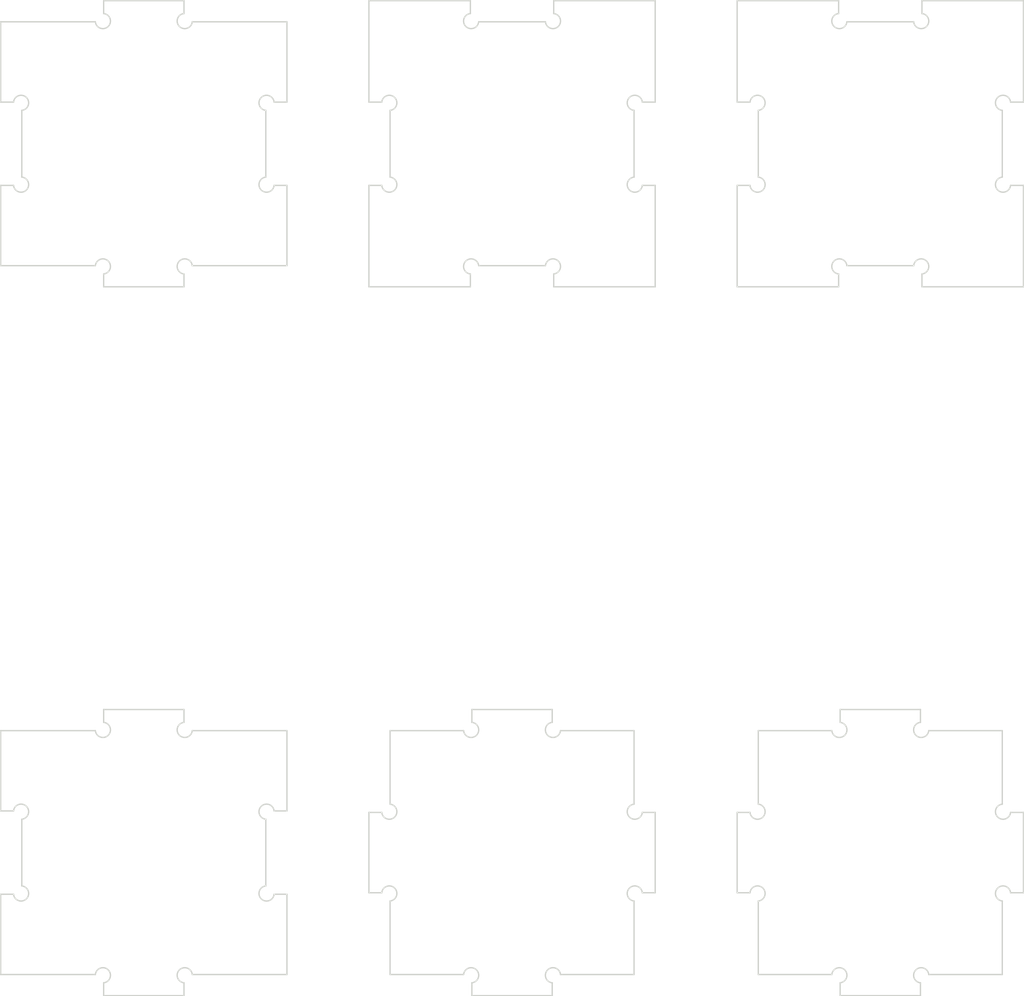
<source format=kicad_pcb>
(kicad_pcb
	(version 20240108)
	(generator "pcbnew")
	(generator_version "8.0")
	(general
		(thickness 1.6)
		(legacy_teardrops no)
	)
	(paper "A4")
	(layers
		(0 "F.Cu" signal)
		(31 "B.Cu" signal)
		(32 "B.Adhes" user "B.Adhesive")
		(33 "F.Adhes" user "F.Adhesive")
		(34 "B.Paste" user)
		(35 "F.Paste" user)
		(36 "B.SilkS" user "B.Silkscreen")
		(37 "F.SilkS" user "F.Silkscreen")
		(38 "B.Mask" user)
		(39 "F.Mask" user)
		(40 "Dwgs.User" user "User.Drawings")
		(41 "Cmts.User" user "User.Comments")
		(42 "Eco1.User" user "User.Eco1")
		(43 "Eco2.User" user "User.Eco2")
		(44 "Edge.Cuts" user)
		(45 "Margin" user)
		(46 "B.CrtYd" user "B.Courtyard")
		(47 "F.CrtYd" user "F.Courtyard")
		(48 "B.Fab" user)
		(49 "F.Fab" user)
		(50 "User.1" user)
		(51 "User.2" user)
		(52 "User.3" user)
		(53 "User.4" user)
		(54 "User.5" user)
		(55 "User.6" user)
		(56 "User.7" user)
		(57 "User.8" user)
		(58 "User.9" user)
	)
	(setup
		(pad_to_mask_clearance 0)
		(allow_soldermask_bridges_in_footprints no)
		(pcbplotparams
			(layerselection 0x0001100_7ffffffe)
			(plot_on_all_layers_selection 0x0000000_00000000)
			(disableapertmacros no)
			(usegerberextensions no)
			(usegerberattributes yes)
			(usegerberadvancedattributes yes)
			(creategerberjobfile yes)
			(dashed_line_dash_ratio 12.000000)
			(dashed_line_gap_ratio 3.000000)
			(svgprecision 4)
			(plotframeref no)
			(viasonmask no)
			(mode 1)
			(useauxorigin no)
			(hpglpennumber 1)
			(hpglpenspeed 20)
			(hpglpendiameter 15.000000)
			(pdf_front_fp_property_popups yes)
			(pdf_back_fp_property_popups yes)
			(dxfpolygonmode yes)
			(dxfimperialunits yes)
			(dxfusepcbnewfont yes)
			(psnegative no)
			(psa4output no)
			(plotreference yes)
			(plotvalue yes)
			(plotfptext yes)
			(plotinvisibletext no)
			(sketchpadsonfab no)
			(subtractmaskfromsilk no)
			(outputformat 1)
			(mirror no)
			(drillshape 0)
			(scaleselection 1)
			(outputdirectory "../../Users/stlp/Desktop/School/533 - Digital Fabrication/")
		)
	)
	(net 0 "")
	(gr_line
		(start 49 135.94)
		(end 56.44 135.94)
		(stroke
			(width 0.1)
			(type default)
		)
		(layer "Edge.Cuts")
		(uuid "01fcca1c-7fb0-4b49-ae74-447e7f86798e")
	)
	(gr_line
		(start 76 114.95)
		(end 76 122.39)
		(stroke
			(width 0.1)
			(type default)
		)
		(layer "Edge.Cuts")
		(uuid "0229aab0-57b4-4f9e-aa89-323b3935c74f")
	)
	(gr_line
		(start 29.55 187.94)
		(end 29.55 186.997267)
		(stroke
			(width 0.1)
			(type default)
		)
		(layer "Edge.Cuts")
		(uuid "02b7d231-f151-4c3b-8d12-c65b46b5c8c7")
	)
	(gr_line
		(start 77.55 173.892734)
		(end 77.55 168.5)
		(stroke
			(width 0.1)
			(type default)
		)
		(layer "Edge.Cuts")
		(uuid "03534687-5817-4904-8544-262f10ef8680")
	)
	(gr_arc
		(start 49.942733 180.39)
		(mid 50.887444 180.052556)
		(end 50.55 180.997267)
		(stroke
			(width 0.1)
			(type default)
		)
		(layer "Edge.Cuts")
		(uuid "048c5980-3169-43c5-bc59-02427ce17ae5")
	)
	(gr_line
		(start 41.44 122.997268)
		(end 41.44 127.892732)
		(stroke
			(width 0.1)
			(type default)
		)
		(layer "Edge.Cuts")
		(uuid "057e6271-0cf0-4ee4-84c4-01b41c1e60df")
	)
	(gr_line
		(start 96.99 180.39)
		(end 96.047268 180.39)
		(stroke
			(width 0.1)
			(type default)
		)
		(layer "Edge.Cuts")
		(uuid "05a18c94-f91e-47ac-a4ab-7dd3039759c6")
	)
	(gr_line
		(start 62.44 166.95)
		(end 62.44 167.892732)
		(stroke
			(width 0.1)
			(type default)
		)
		(layer "Edge.Cuts")
		(uuid "05cda0ac-8e72-4821-9f4d-a8fefb898019")
	)
	(gr_arc
		(start 56.44 134.997268)
		(mid 56.102556 134.052556)
		(end 57.047268 134.39)
		(stroke
			(width 0.1)
			(type default)
		)
		(layer "Edge.Cuts")
		(uuid "081817e6-9b5d-42e9-b477-edda3f9b40f2")
	)
	(gr_line
		(start 62.55 135.94)
		(end 69.99 135.94)
		(stroke
			(width 0.1)
			(type default)
		)
		(layer "Edge.Cuts")
		(uuid "0a5eb245-f4c5-4465-816d-e6b0b9f4716f")
	)
	(gr_line
		(start 41.44 174.997268)
		(end 41.44 179.892732)
		(stroke
			(width 0.1)
			(type default)
		)
		(layer "Edge.Cuts")
		(uuid "0b51123e-0b7f-4627-9615-543704c6eef2")
	)
	(gr_line
		(start 76 180.39)
		(end 76 174.5)
		(stroke
			(width 0.1)
			(type default)
		)
		(layer "Edge.Cuts")
		(uuid "0c740f46-cb26-4e52-94d9-5d321333fb75")
	)
	(gr_line
		(start 62.55 114.95)
		(end 62.55 115.892733)
		(stroke
			(width 0.1)
			(type default)
		)
		(layer "Edge.Cuts")
		(uuid "0c8bea3d-e85d-4f53-bd72-880503262413")
	)
	(gr_line
		(start 36.047268 116.5)
		(end 42.99 116.5)
		(stroke
			(width 0.1)
			(type default)
		)
		(layer "Edge.Cuts")
		(uuid "0eddee79-c698-4bde-a429-993bc5817235")
	)
	(gr_line
		(start 68.44 186.39)
		(end 63.047268 186.39)
		(stroke
			(width 0.1)
			(type default)
		)
		(layer "Edge.Cuts")
		(uuid "0efc4c23-d3b5-4c19-813d-cee600213936")
	)
	(gr_line
		(start 50.55 186.39)
		(end 50.55 180.997267)
		(stroke
			(width 0.1)
			(type default)
		)
		(layer "Edge.Cuts")
		(uuid "0fff3b27-8ea2-42d5-943e-553b1a7f7656")
	)
	(gr_line
		(start 96.99 135.94)
		(end 96.99 128.5)
		(stroke
			(width 0.1)
			(type default)
		)
		(layer "Edge.Cuts")
		(uuid "129a04a6-f8cc-43dd-9d11-e7bdadfb5937")
	)
	(gr_arc
		(start 36.047268 116.5)
		(mid 35.102556 116.837444)
		(end 35.44 115.892732)
		(stroke
			(width 0.1)
			(type default)
		)
		(layer "Edge.Cuts")
		(uuid "137fed24-7aec-452d-b9d6-bc38fa5f95c1")
	)
	(gr_line
		(start 96.99 122.39)
		(end 96.99 114.95)
		(stroke
			(width 0.1)
			(type default)
		)
		(layer "Edge.Cuts")
		(uuid "15013d5c-bbb2-49a6-ae9c-b1bd39687059")
	)
	(gr_line
		(start 63.047268 168.5)
		(end 68.44 168.5)
		(stroke
			(width 0.1)
			(type default)
		)
		(layer "Edge.Cuts")
		(uuid "15368eae-b068-4088-985b-af0a3e54a83b")
	)
	(gr_arc
		(start 23.55 179.892734)
		(mid 23.887443 180.837445)
		(end 22.942733 180.5)
		(stroke
			(width 0.1)
			(type default)
		)
		(layer "Edge.Cuts")
		(uuid "1649b9ae-683c-4c0c-80e4-2c5f243ada46")
	)
	(gr_line
		(start 35.44 166.95)
		(end 35.44 167.892732)
		(stroke
			(width 0.1)
			(type default)
		)
		(layer "Edge.Cuts")
		(uuid "16d18532-73e3-4dfc-b2ce-9b138c4c3951")
	)
	(gr_line
		(start 76 122.39)
		(end 76.942733 122.39)
		(stroke
			(width 0.1)
			(type default)
		)
		(layer "Edge.Cuts")
		(uuid "17e5672a-6dda-47bb-b255-8c10e39c2f94")
	)
	(gr_line
		(start 22 134.39)
		(end 22 128.5)
		(stroke
			(width 0.1)
			(type default)
		)
		(layer "Edge.Cuts")
		(uuid "1c2736ec-548b-465a-9fde-1bd6bb45a976")
	)
	(gr_line
		(start 50.55 173.892734)
		(end 50.55 168.5)
		(stroke
			(width 0.1)
			(type default)
		)
		(layer "Edge.Cuts")
		(uuid "1e24cff5-f559-415d-bc42-4f9c6f508aba")
	)
	(gr_arc
		(start 82.942733 186.39)
		(mid 83.887444 186.052556)
		(end 83.55 186.997267)
		(stroke
			(width 0.1)
			(type default)
		)
		(layer "Edge.Cuts")
		(uuid "1f6c3d1b-6baa-48c4-8fd5-1db44024cc88")
	)
	(gr_arc
		(start 96.047268 174.5)
		(mid 95.102556 174.837444)
		(end 95.44 173.892732)
		(stroke
			(width 0.1)
			(type default)
		)
		(layer "Edge.Cuts")
		(uuid "1ffc4d49-5050-435b-8759-561e58ab6394")
	)
	(gr_line
		(start 29.55 167.892734)
		(end 29.55 166.95)
		(stroke
			(width 0.1)
			(type default)
		)
		(layer "Edge.Cuts")
		(uuid "218a033f-4a91-406b-8fc2-30227f7d1cf9")
	)
	(gr_line
		(start 84.047268 134.39)
		(end 88.942733 134.39)
		(stroke
			(width 0.1)
			(type default)
		)
		(layer "Edge.Cuts")
		(uuid "222639c4-f9a4-4d41-ae18-48e87c07bf43")
	)
	(gr_line
		(start 95.44 168.5)
		(end 95.44 173.892732)
		(stroke
			(width 0.1)
			(type default)
		)
		(layer "Edge.Cuts")
		(uuid "23dcf1e1-bf2a-483f-9c38-179e025e592b")
	)
	(gr_arc
		(start 61.942733 134.39)
		(mid 62.887444 134.052556)
		(end 62.55 134.997267)
		(stroke
			(width 0.1)
			(type default)
		)
		(layer "Edge.Cuts")
		(uuid "23e8af1a-5402-4df2-9873-81f24d1d7570")
	)
	(gr_line
		(start 35.44 135.94)
		(end 29.55 135.94)
		(stroke
			(width 0.1)
			(type default)
		)
		(layer "Edge.Cuts")
		(uuid "251dff52-ae72-4e59-8917-6ded97e4c525")
	)
	(gr_line
		(start 69.99 174.5)
		(end 69.99 180.39)
		(stroke
			(width 0.1)
			(type default)
		)
		(layer "Edge.Cuts")
		(uuid "2555c40b-1e94-47d6-b339-86661c94da3d")
	)
	(gr_line
		(start 56.44 115.892732)
		(end 56.44 114.95)
		(stroke
			(width 0.1)
			(type default)
		)
		(layer "Edge.Cuts")
		(uuid "283c18cd-833d-4179-a126-523ca12cab4d")
	)
	(gr_arc
		(start 41.44 174.997268)
		(mid 41.102556 174.052556)
		(end 42.047268 174.39)
		(stroke
			(width 0.1)
			(type default)
		)
		(layer "Edge.Cuts")
		(uuid "2ae7db98-7699-49a2-8bfe-12be1777d8b2")
	)
	(gr_line
		(start 22 186.39)
		(end 22 180.5)
		(stroke
			(width 0.1)
			(type default)
		)
		(layer "Edge.Cuts")
		(uuid "2ba2330b-32e8-42db-8a83-217e0e3e193d")
	)
	(gr_line
		(start 62.55 134.997267)
		(end 62.55 135.94)
		(stroke
			(width 0.1)
			(type default)
		)
		(layer "Edge.Cuts")
		(uuid "2ba4b9ae-516e-4ca1-8617-eb32aaf828f2")
	)
	(gr_arc
		(start 77.55 173.892734)
		(mid 77.887443 174.837445)
		(end 76.942733 174.5)
		(stroke
			(width 0.1)
			(type default)
		)
		(layer "Edge.Cuts")
		(uuid "2c316a8c-fe7b-499c-8afd-1dcc9f63c892")
	)
	(gr_line
		(start 56.44 114.95)
		(end 49 114.95)
		(stroke
			(width 0.1)
			(type default)
		)
		(layer "Edge.Cuts")
		(uuid "2c806555-7a3f-4c14-a613-735d1f4c9d1f")
	)
	(gr_line
		(start 96.047268 174.5)
		(end 96.99 174.5)
		(stroke
			(width 0.1)
			(type default)
		)
		(layer "Edge.Cuts")
		(uuid "2d208e80-885b-49f5-9a9a-50f40dfab879")
	)
	(gr_line
		(start 89.44 186.997268)
		(end 89.44 187.94)
		(stroke
			(width 0.1)
			(type default)
		)
		(layer "Edge.Cuts")
		(uuid "2dc0bbdf-3ffd-4ced-8e25-199e1d39c584")
	)
	(gr_line
		(start 83.55 167.892734)
		(end 83.55 166.95)
		(stroke
			(width 0.1)
			(type default)
		)
		(layer "Edge.Cuts")
		(uuid "2e890e2e-c96f-458b-9b22-2805c47df6e5")
	)
	(gr_line
		(start 22 180.5)
		(end 22.942733 180.5)
		(stroke
			(width 0.1)
			(type default)
		)
		(layer "Edge.Cuts")
		(uuid "306bac10-65d8-4f1d-baba-a608a3184928")
	)
	(gr_line
		(start 42.99 186.39)
		(end 36.047268 186.39)
		(stroke
			(width 0.1)
			(type default)
		)
		(layer "Edge.Cuts")
		(uuid "312c4ef5-9e04-4d8a-a01a-d825037d7b6d")
	)
	(gr_line
		(start 96.047268 122.39)
		(end 96.99 122.39)
		(stroke
			(width 0.1)
			(type default)
		)
		(layer "Edge.Cuts")
		(uuid "31fa0b4b-28a8-44e8-b7eb-3960e15ea0ed")
	)
	(gr_line
		(start 95.44 180.997268)
		(end 95.44 186.39)
		(stroke
			(width 0.1)
			(type default)
		)
		(layer "Edge.Cuts")
		(uuid "365f79c6-085e-427f-b28e-c13bd24e7d01")
	)
	(gr_line
		(start 69.99 135.94)
		(end 69.99 128.5)
		(stroke
			(width 0.1)
			(type default)
		)
		(layer "Edge.Cuts")
		(uuid "3a697bee-b3f6-4151-a61b-9ae624985040")
	)
	(gr_line
		(start 29.55 135.94)
		(end 29.55 134.997267)
		(stroke
			(width 0.1)
			(type default)
		)
		(layer "Edge.Cuts")
		(uuid "3b8d86de-01c4-409a-81c2-e6703968b322")
	)
	(gr_line
		(start 96.99 174.5)
		(end 96.99 180.39)
		(stroke
			(width 0.1)
			(type default)
		)
		(layer "Edge.Cuts")
		(uuid "3bcab458-1733-47e5-b941-1feed0c1d42f")
	)
	(gr_line
		(start 89.55 134.997267)
		(end 89.55 135.94)
		(stroke
			(width 0.1)
			(type default)
		)
		(layer "Edge.Cuts")
		(uuid "3dbda0a7-a40a-48cc-aa85-6329654149b4")
	)
	(gr_line
		(start 23.55 179.892734)
		(end 23.55 174.997267)
		(stroke
			(width 0.1)
			(type default)
		)
		(layer "Edge.Cuts")
		(uuid "3e589434-10cf-4c63-be60-b4fcc14d5d29")
	)
	(gr_line
		(start 89.55 135.94)
		(end 96.99 135.94)
		(stroke
			(width 0.1)
			(type default)
		)
		(layer "Edge.Cuts")
		(uuid "40089495-8ab5-4145-bbe5-6d0a8fea3645")
	)
	(gr_line
		(start 69.047268 122.39)
		(end 69.99 122.39)
		(stroke
			(width 0.1)
			(type default)
		)
		(layer "Edge.Cuts")
		(uuid "42a5353b-be60-42b4-ab3f-5c3e2d8715ec")
	)
	(gr_arc
		(start 69.047268 128.5)
		(mid 68.102556 128.837444)
		(end 68.44 127.892732)
		(stroke
			(width 0.1)
			(type default)
		)
		(layer "Edge.Cuts")
		(uuid "434b2347-2efb-4e2a-b4d0-4e3b0fbebac4")
	)
	(gr_arc
		(start 76.942733 122.39)
		(mid 77.887444 122.052556)
		(end 77.55 122.997267)
		(stroke
			(width 0.1)
			(type default)
		)
		(layer "Edge.Cuts")
		(uuid "442d879a-56b4-4a8a-9679-a7ad4bd455a7")
	)
	(gr_line
		(start 69.047268 174.5)
		(end 69.99 174.5)
		(stroke
			(width 0.1)
			(type default)
		)
		(layer "Edge.Cuts")
		(uuid "444f2793-5fe7-4874-a273-a7cefbc94418")
	)
	(gr_line
		(start 28.942733 134.39)
		(end 22 134.39)
		(stroke
			(width 0.1)
			(type default)
		)
		(layer "Edge.Cuts")
		(uuid "45006122-3d5b-4b75-9ee2-b039ee02765c")
	)
	(gr_line
		(start 49.942733 180.39)
		(end 49 180.39)
		(stroke
			(width 0.1)
			(type default)
		)
		(layer "Edge.Cuts")
		(uuid "477d948b-9505-4a2f-b422-7b389193def0")
	)
	(gr_line
		(start 82.942733 186.39)
		(end 77.55 186.39)
		(stroke
			(width 0.1)
			(type default)
		)
		(layer "Edge.Cuts")
		(uuid "47ff74c8-6a27-41c2-9d30-5e60cdf91b83")
	)
	(gr_line
		(start 22 122.39)
		(end 22 116.5)
		(stroke
			(width 0.1)
			(type default)
		)
		(layer "Edge.Cuts")
		(uuid "4c5737ca-35f8-4701-b100-d89fc639e29a")
	)
	(gr_line
		(start 42.99 128.5)
		(end 42.99 134.39)
		(stroke
			(width 0.1)
			(type default)
		)
		(layer "Edge.Cuts")
		(uuid "4e244e34-6b17-47e1-ad66-2aeb2a1ad16e")
	)
	(gr_arc
		(start 28.942733 134.39)
		(mid 29.887444 134.052556)
		(end 29.55 134.997267)
		(stroke
			(width 0.1)
			(type default)
		)
		(layer "Edge.Cuts")
		(uuid "4ed8902a-1951-4300-9352-8efc0071ee80")
	)
	(gr_line
		(start 56.55 166.95)
		(end 62.44 166.95)
		(stroke
			(width 0.1)
			(type default)
		)
		(layer "Edge.Cuts")
		(uuid "4f5490ff-eeef-4754-8832-58ddf6fc8a19")
	)
	(gr_line
		(start 89.44 166.95)
		(end 89.44 167.892732)
		(stroke
			(width 0.1)
			(type default)
		)
		(layer "Edge.Cuts")
		(uuid "4f91b8ef-169b-4b87-b597-08e2dd222cca")
	)
	(gr_line
		(start 76 135.94)
		(end 83.44 135.94)
		(stroke
			(width 0.1)
			(type default)
		)
		(layer "Edge.Cuts")
		(uuid "51a6572e-dd4c-4670-9360-194889263940")
	)
	(gr_line
		(start 22.942733 174.39)
		(end 22 174.39)
		(stroke
			(width 0.1)
			(type default)
		)
		(layer "Edge.Cuts")
		(uuid "51f7c645-228d-47f4-b163-36b644c77877")
	)
	(gr_line
		(start 62.44 187.94)
		(end 56.55 187.94)
		(stroke
			(width 0.1)
			(type default)
		)
		(layer "Edge.Cuts")
		(uuid "52a0ee56-8ddf-40e0-a59d-3a8f25dcc711")
	)
	(gr_line
		(start 61.942733 116.5)
		(end 57.047268 116.5)
		(stroke
			(width 0.1)
			(type default)
		)
		(layer "Edge.Cuts")
		(uuid "5798ca16-006a-4992-8e6d-90bddbec75ed")
	)
	(gr_line
		(start 83.55 187.94)
		(end 83.55 186.997267)
		(stroke
			(width 0.1)
			(type default)
		)
		(layer "Edge.Cuts")
		(uuid "57d91d2d-6833-44fb-9f20-3bd5894b21cb")
	)
	(gr_arc
		(start 35.44 186.997268)
		(mid 35.102556 186.052556)
		(end 36.047268 186.39)
		(stroke
			(width 0.1)
			(type default)
		)
		(layer "Edge.Cuts")
		(uuid "5ad9ecc7-4d9e-41da-87a0-ef77b41679e2")
	)
	(gr_arc
		(start 88.942733 134.39)
		(mid 89.887444 134.052556)
		(end 89.55 134.997267)
		(stroke
			(width 0.1)
			(type default)
		)
		(layer "Edge.Cuts")
		(uuid "5bcdacf9-6abe-40aa-b182-3faae9ccb3a9")
	)
	(gr_arc
		(start 68.44 180.997268)
		(mid 68.102556 180.052556)
		(end 69.047268 180.39)
		(stroke
			(width 0.1)
			(type default)
		)
		(layer "Edge.Cuts")
		(uuid "5d816457-329f-48c1-9063-f01672ead31b")
	)
	(gr_arc
		(start 83.44 134.997268)
		(mid 83.102556 134.052556)
		(end 84.047268 134.39)
		(stroke
			(width 0.1)
			(type default)
		)
		(layer "Edge.Cuts")
		(uuid "5de4611a-22a7-4b6c-9fc6-3c6db00a9d33")
	)
	(gr_arc
		(start 49.942733 122.39)
		(mid 50.887444 122.052556)
		(end 50.55 122.997267)
		(stroke
			(width 0.1)
			(type default)
		)
		(layer "Edge.Cuts")
		(uuid "602b4567-256f-4910-85df-e2db522ad979")
	)
	(gr_line
		(start 29.55 166.95)
		(end 35.44 166.95)
		(stroke
			(width 0.1)
			(type default)
		)
		(layer "Edge.Cuts")
		(uuid "63bf5d11-81f2-4bee-84f2-3b16aa87e828")
	)
	(gr_line
		(start 56.55 187.94)
		(end 56.55 186.997267)
		(stroke
			(width 0.1)
			(type default)
		)
		(layer "Edge.Cuts")
		(uuid "6402c682-769a-45ef-af5c-c05e7369f884")
	)
	(gr_arc
		(start 56.55 167.892734)
		(mid 56.887443 168.837445)
		(end 55.942733 168.5)
		(stroke
			(width 0.1)
			(type default)
		)
		(layer "Edge.Cuts")
		(uuid "6524b944-5e47-4796-8ffc-7e0379c7f53d")
	)
	(gr_line
		(start 76 174.5)
		(end 76.942733 174.5)
		(stroke
			(width 0.1)
			(type default)
		)
		(layer "Edge.Cuts")
		(uuid "67f4ca07-8fed-496b-81f7-9c35ee7cc038")
	)
	(gr_arc
		(start 55.942733 186.39)
		(mid 56.887444 186.052556)
		(end 56.55 186.997267)
		(stroke
			(width 0.1)
			(type default)
		)
		(layer "Edge.Cuts")
		(uuid "6900220b-c85a-4328-89b4-38711c4089de")
	)
	(gr_line
		(start 76 128.5)
		(end 76 135.94)
		(stroke
			(width 0.1)
			(type default)
		)
		(layer "Edge.Cuts")
		(uuid "6c60faa8-c794-4a65-bcf6-2fa2d6af8cb6")
	)
	(gr_line
		(start 83.44 114.95)
		(end 76 114.95)
		(stroke
			(width 0.1)
			(type default)
		)
		(layer "Edge.Cuts")
		(uuid "6e06274d-86ce-4a64-bca6-8ec9d8e3f3e7")
	)
	(gr_arc
		(start 89.55 115.892733)
		(mid 89.887444 116.837444)
		(end 88.942733 116.5)
		(stroke
			(width 0.1)
			(type default)
		)
		(layer "Edge.Cuts")
		(uuid "6e22c91c-876d-4918-9ee5-e5aa170ad4ff")
	)
	(gr_arc
		(start 68.44 122.997268)
		(mid 68.102556 122.052556)
		(end 69.047268 122.39)
		(stroke
			(width 0.1)
			(type default)
		)
		(layer "Edge.Cuts")
		(uuid "700b73fd-3c32-4183-b6e2-8265db06648a")
	)
	(gr_line
		(start 69.99 122.39)
		(end 69.99 114.95)
		(stroke
			(width 0.1)
			(type default)
		)
		(layer "Edge.Cuts")
		(uuid "731621ce-82a1-4e5e-83b8-3fa888bc10df")
	)
	(gr_line
		(start 22 168.5)
		(end 28.942733 168.5)
		(stroke
			(width 0.1)
			(type default)
		)
		(layer "Edge.Cuts")
		(uuid "7369681b-3e6e-495e-9cdb-b664db1124f1")
	)
	(gr_line
		(start 68.44 127.892732)
		(end 68.44 122.997268)
		(stroke
			(width 0.1)
			(type default)
		)
		(layer "Edge.Cuts")
		(uuid "7c66ad57-a4e3-4775-bf0d-0b5d2f9d5b29")
	)
	(gr_line
		(start 68.44 180.997268)
		(end 68.44 186.39)
		(stroke
			(width 0.1)
			(type default)
		)
		(layer "Edge.Cuts")
		(uuid "7d178df5-9855-4cd3-901f-c435df4a2f74")
	)
	(gr_arc
		(start 50.55 127.892733)
		(mid 50.887444 128.837444)
		(end 49.942733 128.5)
		(stroke
			(width 0.1)
			(type default)
		)
		(layer "Edge.Cuts")
		(uuid "7e9ecda8-0487-4b80-9f0f-64582fd96a37")
	)
	(gr_arc
		(start 29.55 115.892733)
		(mid 29.887444 116.837444)
		(end 28.942733 116.5)
		(stroke
			(width 0.1)
			(type default)
		)
		(layer "Edge.Cuts")
		(uuid "7fcfa9be-9dd2-4915-a4db-e5ff4b1afd06")
	)
	(gr_line
		(start 49 122.39)
		(end 49.942733 122.39)
		(stroke
			(width 0.1)
			(type default)
		)
		(layer "Edge.Cuts")
		(uuid "809c6466-55e6-4736-a6bd-3dbd0d180714")
	)
	(gr_arc
		(start 89.44 186.997268)
		(mid 89.102556 186.052556)
		(end 90.047268 186.39)
		(stroke
			(width 0.1)
			(type default)
		)
		(layer "Edge.Cuts")
		(uuid "813ab71e-676d-457c-9ae8-853d98d4339a")
	)
	(gr_line
		(start 35.44 114.95)
		(end 35.44 115.892732)
		(stroke
			(width 0.1)
			(type default)
		)
		(layer "Edge.Cuts")
		(uuid "8173e4d9-1762-4bea-9814-24eb993aa422")
	)
	(gr_arc
		(start 22.942733 122.39)
		(mid 23.887444 122.052556)
		(end 23.55 122.997267)
		(stroke
			(width 0.1)
			(type default)
		)
		(layer "Edge.Cuts")
		(uuid "81c21c17-fada-4ba2-98e2-6bac1d130a63")
	)
	(gr_line
		(start 56.44 135.94)
		(end 56.44 134.997268)
		(stroke
			(width 0.1)
			(type default)
		)
		(layer "Edge.Cuts")
		(uuid "827573fd-ee58-42f7-a6aa-56743534f136")
	)
	(gr_arc
		(start 28.942733 186.39)
		(mid 29.887444 186.052556)
		(end 29.55 186.997267)
		(stroke
			(width 0.1)
			(type default)
		)
		(layer "Edge.Cuts")
		(uuid "83cd39ba-0c87-4584-a3d0-9c374747f98e")
	)
	(gr_line
		(start 95.44 186.39)
		(end 90.047268 186.39)
		(stroke
			(width 0.1)
			(type default)
		)
		(layer "Edge.Cuts")
		(uuid "83ec41be-4ad0-4837-9cb7-3fb5d6167c2d")
	)
	(gr_line
		(start 69.99 128.5)
		(end 69.047268 128.5)
		(stroke
			(width 0.1)
			(type default)
		)
		(layer "Edge.Cuts")
		(uuid "85ca72c3-1ce0-496b-9af5-41fdf2fd3d7e")
	)
	(gr_arc
		(start 76.942733 180.39)
		(mid 77.887444 180.052556)
		(end 77.55 180.997267)
		(stroke
			(width 0.1)
			(type default)
		)
		(layer "Edge.Cuts")
		(uuid "876a4e6a-2126-4c73-be2e-5e45d279cbe5")
	)
	(gr_arc
		(start 62.44 186.997268)
		(mid 62.102556 186.052556)
		(end 63.047268 186.39)
		(stroke
			(width 0.1)
			(type default)
		)
		(layer "Edge.Cuts")
		(uuid "88eb49b9-53db-4db9-b4ad-c2c374c5a46b")
	)
	(gr_arc
		(start 42.047268 128.5)
		(mid 41.102556 128.837444)
		(end 41.44 127.892732)
		(stroke
			(width 0.1)
			(type default)
		)
		(layer "Edge.Cuts")
		(uuid "8a33206d-30ff-4f19-9d16-fabf506a6ad1")
	)
	(gr_line
		(start 95.44 127.892732)
		(end 95.44 122.997268)
		(stroke
			(width 0.1)
			(type default)
		)
		(layer "Edge.Cuts")
		(uuid "8cd0c79e-2ded-48d2-8d84-b791e23e7ecc")
	)
	(gr_arc
		(start 96.047268 128.5)
		(mid 95.102556 128.837444)
		(end 95.44 127.892732)
		(stroke
			(width 0.1)
			(type default)
		)
		(layer "Edge.Cuts")
		(uuid "8e9470d7-2850-4d94-9822-2287a47ad6ed")
	)
	(gr_line
		(start 42.99 174.39)
		(end 42.047268 174.39)
		(stroke
			(width 0.1)
			(type default)
		)
		(layer "Edge.Cuts")
		(uuid "8f7f4665-d948-48ba-b106-5d8ed892ccd4")
	)
	(gr_line
		(start 62.44 186.997268)
		(end 62.44 187.94)
		(stroke
			(width 0.1)
			(type default)
		)
		(layer "Edge.Cuts")
		(uuid "912c99d1-7d38-478f-bc56-7d8af44ae60e")
	)
	(gr_arc
		(start 95.44 180.997268)
		(mid 95.102556 180.052556)
		(end 96.047268 180.39)
		(stroke
			(width 0.1)
			(type default)
		)
		(layer "Edge.Cuts")
		(uuid "9145a687-ab46-4163-ae04-570b467c062a")
	)
	(gr_line
		(start 28.942733 186.39)
		(end 22 186.39)
		(stroke
			(width 0.1)
			(type default)
		)
		(layer "Edge.Cuts")
		(uuid "916d486b-17e7-46af-9430-8bbf6681f6e5")
	)
	(gr_arc
		(start 69.047268 174.5)
		(mid 68.102556 174.837444)
		(end 68.44 173.892732)
		(stroke
			(width 0.1)
			(type default)
		)
		(layer "Edge.Cuts")
		(uuid "93aa867f-c5ef-4b7f-9f6f-cee1498fcc85")
	)
	(gr_line
		(start 83.55 166.95)
		(end 89.44 166.95)
		(stroke
			(width 0.1)
			(type default)
		)
		(layer "Edge.Cuts")
		(uuid "946caa67-e8ab-4ef5-a8f7-75d83038f820")
	)
	(gr_arc
		(start 42.047268 180.5)
		(mid 41.102556 180.837444)
		(end 41.44 179.892732)
		(stroke
			(width 0.1)
			(type default)
		)
		(layer "Edge.Cuts")
		(uuid "94938577-18bc-4507-b510-3ecb05613151")
	)
	(gr_line
		(start 77.55 186.39)
		(end 77.55 180.997267)
		(stroke
			(width 0.1)
			(type default)
		)
		(layer "Edge.Cuts")
		(uuid "95fa03c6-22ab-41ec-81f9-679fdd748d23")
	)
	(gr_line
		(start 22 128.5)
		(end 22.942733 128.5)
		(stroke
			(width 0.1)
			(type default)
		)
		(layer "Edge.Cuts")
		(uuid "9738582c-5423-4b6a-a76c-d23ee6304b00")
	)
	(gr_arc
		(start 95.44 122.997268)
		(mid 95.102556 122.052556)
		(end 96.047268 122.39)
		(stroke
			(width 0.1)
			(type default)
		)
		(layer "Edge.Cuts")
		(uuid "98554e52-0f0c-4d78-97e9-7bb7681d4abf")
	)
	(gr_line
		(start 56.55 167.892734)
		(end 56.55 166.95)
		(stroke
			(width 0.1)
			(type default)
		)
		(layer "Edge.Cuts")
		(uuid "98d844cc-50b4-454d-9f5a-77eba436b2cf")
	)
	(gr_arc
		(start 50.55 173.892734)
		(mid 50.887443 174.837445)
		(end 49.942733 174.5)
		(stroke
			(width 0.1)
			(type default)
		)
		(layer "Edge.Cuts")
		(uuid "9de4186c-103b-4ecd-9101-13ee0268fb93")
	)
	(gr_line
		(start 22 116.5)
		(end 28.942733 116.5)
		(stroke
			(width 0.1)
			(type default)
		)
		(layer "Edge.Cuts")
		(uuid "a1ca85ff-780e-4532-a19e-336ef660194d")
	)
	(gr_line
		(start 42.047268 180.5)
		(end 42.99 180.5)
		(stroke
			(width 0.1)
			(type default)
		)
		(layer "Edge.Cuts")
		(uuid "a6c0bb65-a18a-45a5-a229-5cedc7e38727")
	)
	(gr_line
		(start 55.942733 186.39)
		(end 50.55 186.39)
		(stroke
			(width 0.1)
			(type default)
		)
		(layer "Edge.Cuts")
		(uuid "a6da81a3-2317-4c09-9362-c96fc3939e81")
	)
	(gr_line
		(start 83.44 135.94)
		(end 83.44 134.997268)
		(stroke
			(width 0.1)
			(type default)
		)
		(layer "Edge.Cuts")
		(uuid "a741efe6-7051-49a7-92eb-788f6657679f")
	)
	(gr_line
		(start 35.44 134.997268)
		(end 35.44 135.94)
		(stroke
			(width 0.1)
			(type default)
		)
		(layer "Edge.Cuts")
		(uuid "a9b2334f-409a-4bde-82c7-a36b9ef6c151")
	)
	(gr_line
		(start 42.047268 128.5)
		(end 42.99 128.5)
		(stroke
			(width 0.1)
			(type default)
		)
		(layer "Edge.Cuts")
		(uuid "aa0c14eb-ae7c-4fe0-8945-5dbafe5470ba")
	)
	(gr_arc
		(start 29.55 167.892734)
		(mid 29.887443 168.837445)
		(end 28.942733 168.5)
		(stroke
			(width 0.1)
			(type default)
		)
		(layer "Edge.Cuts")
		(uuid "aaa77732-d5b7-4581-930d-c76a307869c4")
	)
	(gr_line
		(start 35.44 187.94)
		(end 29.55 187.94)
		(stroke
			(width 0.1)
			(type default)
		)
		(layer "Edge.Cuts")
		(uuid "aaf814ba-30bf-4f28-a3d6-f4247cf421e5")
	)
	(gr_arc
		(start 84.047268 116.5)
		(mid 83.102556 116.837444)
		(end 83.44 115.892732)
		(stroke
			(width 0.1)
			(type default)
		)
		(layer "Edge.Cuts")
		(uuid "ab2a47f6-9e86-448b-8e3d-744cc7af0c52")
	)
	(gr_line
		(start 29.55 115.892733)
		(end 29.55 114.95)
		(stroke
			(width 0.1)
			(type default)
		)
		(layer "Edge.Cuts")
		(uuid "adb32382-07b0-48f2-a231-51bd2dcad2db")
	)
	(gr_arc
		(start 57.047268 116.5)
		(mid 56.102556 116.837444)
		(end 56.44 115.892732)
		(stroke
			(width 0.1)
			(type default)
		)
		(layer "Edge.Cuts")
		(uuid "ae36fa30-3a6f-4e21-a1e9-9bad04fb1b50")
	)
	(gr_line
		(start 49 180.39)
		(end 49 174.5)
		(stroke
			(width 0.1)
			(type default)
		)
		(layer "Edge.Cuts")
		(uuid "ae4a03a7-126d-4904-8db6-ffe34c22a016")
	)
	(gr_arc
		(start 63.047268 168.5)
		(mid 62.102556 168.837444)
		(end 62.44 167.892732)
		(stroke
			(width 0.1)
			(type default)
		)
		(layer "Edge.Cuts")
		(uuid "b1c3663f-a784-43eb-bd5a-ed8dfaaf9be8")
	)
	(gr_line
		(start 50.55 122.997267)
		(end 50.55 127.892733)
		(stroke
			(width 0.1)
			(type default)
		)
		(layer "Edge.Cuts")
		(uuid "b201d2b7-5098-41af-9387-e88237a49acd")
	)
	(gr_arc
		(start 22.942733 174.39)
		(mid 23.887444 174.052556)
		(end 23.55 174.997267)
		(stroke
			(width 0.1)
			(type default)
		)
		(layer "Edge.Cuts")
		(uuid "b48aa025-2a57-4ee2-a602-0758fe514e4d")
	)
	(gr_line
		(start 42.99 180.5)
		(end 42.99 186.39)
		(stroke
			(width 0.1)
			(type default)
		)
		(layer "Edge.Cuts")
		(uuid "b4f3aa15-a200-4a65-bdbe-bc1ad36cc78e")
	)
	(gr_line
		(start 23.55 127.892733)
		(end 23.55 122.997267)
		(stroke
			(width 0.1)
			(type default)
		)
		(layer "Edge.Cuts")
		(uuid "b5e14d1f-9d2f-445a-8b12-a4971638b42b")
	)
	(gr_line
		(start 36.047268 168.5)
		(end 42.99 168.5)
		(stroke
			(width 0.1)
			(type default)
		)
		(layer "Edge.Cuts")
		(uuid "b6f05706-4505-423d-bd7d-ba11215128d5")
	)
	(gr_line
		(start 90.047268 168.5)
		(end 95.44 168.5)
		(stroke
			(width 0.1)
			(type default)
		)
		(layer "Edge.Cuts")
		(uuid "ba6f733f-b159-4526-9d68-afb458e2c086")
	)
	(gr_line
		(start 68.44 168.5)
		(end 68.44 173.892732)
		(stroke
			(width 0.1)
			(type default)
		)
		(layer "Edge.Cuts")
		(uuid "be40f364-71fa-4e16-8024-17cb08412e4c")
	)
	(gr_line
		(start 96.99 114.95)
		(end 89.55 114.95)
		(stroke
			(width 0.1)
			(type default)
		)
		(layer "Edge.Cuts")
		(uuid "bf370449-b7d8-4e1c-ba77-017195744943")
	)
	(gr_line
		(start 42.99 134.39)
		(end 36.047268 134.39)
		(stroke
			(width 0.1)
			(type default)
		)
		(layer "Edge.Cuts")
		(uuid "c38240ac-8348-4def-9a00-1a2e926847a5")
	)
	(gr_line
		(start 77.55 122.997267)
		(end 77.55 127.892733)
		(stroke
			(width 0.1)
			(type default)
		)
		(layer "Edge.Cuts")
		(uuid "c40849c4-7c29-4b62-b171-314967bdb682")
	)
	(gr_arc
		(start 77.55 127.892733)
		(mid 77.887444 128.837444)
		(end 76.942733 128.5)
		(stroke
			(width 0.1)
			(type default)
		)
		(layer "Edge.Cuts")
		(uuid "c5fe035e-3757-4b42-8e26-4500abe78fa6")
	)
	(gr_arc
		(start 83.55 167.892734)
		(mid 83.887443 168.837445)
		(end 82.942733 168.5)
		(stroke
			(width 0.1)
			(type default)
		)
		(layer "Edge.Cuts")
		(uuid "c84512b5-81bc-41e1-9e64-f4730714d852")
	)
	(gr_line
		(start 50.55 168.5)
		(end 55.942733 168.5)
		(stroke
			(width 0.1)
			(type default)
		)
		(layer "Edge.Cuts")
		(uuid "c8eaa660-b727-458f-a75e-f6d006c9dc20")
	)
	(gr_arc
		(start 90.047268 168.5)
		(mid 89.102556 168.837444)
		(end 89.44 167.892732)
		(stroke
			(width 0.1)
			(type default)
		)
		(layer "Edge.Cuts")
		(uuid "cb5d6e61-3538-4b53-a88f-1dd231cceb3d")
	)
	(gr_line
		(start 22 174.39)
		(end 22 168.5)
		(stroke
			(width 0.1)
			(type default)
		)
		(layer "Edge.Cuts")
		(uuid "cbaf8387-be7b-4795-8aaa-5605dc41e789")
	)
	(gr_line
		(start 42.99 168.5)
		(end 42.99 174.39)
		(stroke
			(width 0.1)
			(type default)
		)
		(layer "Edge.Cuts")
		(uuid "cd465a00-2bf7-4bca-b36e-f1bed6b4391a")
	)
	(gr_arc
		(start 36.047268 168.5)
		(mid 35.102556 168.837444)
		(end 35.44 167.892732)
		(stroke
			(width 0.1)
			(type default)
		)
		(layer "Edge.Cuts")
		(uuid "cdf558ce-c2a5-411e-9fb0-256442fbf1b0")
	)
	(gr_arc
		(start 41.44 122.997268)
		(mid 41.102556 122.052556)
		(end 42.047268 122.39)
		(stroke
			(width 0.1)
			(type default)
		)
		(layer "Edge.Cuts")
		(uuid "d04e8768-b131-458a-8e68-75ec5012fbdb")
	)
	(gr_arc
		(start 23.55 127.892733)
		(mid 23.887444 128.837444)
		(end 22.942733 128.5)
		(stroke
			(width 0.1)
			(type default)
		)
		(layer "Edge.Cuts")
		(uuid "d06ceb01-bf96-4cbe-b018-a86324f526d4")
	)
	(gr_line
		(start 57.047268 134.39)
		(end 61.942733 134.39)
		(stroke
			(width 0.1)
			(type default)
		)
		(layer "Edge.Cuts")
		(uuid "d090eef4-c471-422b-bb35-b6062d063d7e")
	)
	(gr_line
		(start 35.44 186.997268)
		(end 35.44 187.94)
		(stroke
			(width 0.1)
			(type default)
		)
		(layer "Edge.Cuts")
		(uuid "d1af2d8d-0c95-4ccc-82c1-1f8f181a4101")
	)
	(gr_line
		(start 77.55 168.5)
		(end 82.942733 168.5)
		(stroke
			(width 0.1)
			(type default)
		)
		(layer "Edge.Cuts")
		(uuid "d8eddf62-aac5-415e-a133-29438f89a700")
	)
	(gr_line
		(start 49 128.5)
		(end 49 135.94)
		(stroke
			(width 0.1)
			(type default)
		)
		(layer "Edge.Cuts")
		(uuid "d9467879-ff0e-481e-94c2-7eaaf4e10007")
	)
	(gr_line
		(start 29.55 114.95)
		(end 35.44 114.95)
		(stroke
			(width 0.1)
			(type default)
		)
		(layer "Edge.Cuts")
		(uuid "dad29a5d-9cfd-4469-9756-759074dd63a5")
	)
	(gr_line
		(start 89.44 187.94)
		(end 83.55 187.94)
		(stroke
			(width 0.1)
			(type default)
		)
		(layer "Edge.Cuts")
		(uuid "dbc263ac-01f1-4901-a289-38da41016ac0")
	)
	(gr_line
		(start 22.942733 122.39)
		(end 22 122.39)
		(stroke
			(width 0.1)
			(type default)
		)
		(layer "Edge.Cuts")
		(uuid "dc3f535a-d267-4586-82a3-a51d6f21de03")
	)
	(gr_line
		(start 96.99 128.5)
		(end 96.047268 128.5)
		(stroke
			(width 0.1)
			(type default)
		)
		(layer "Edge.Cuts")
		(uuid "e1034ee8-1921-44b9-8e5b-40651e22c228")
	)
	(gr_line
		(start 89.55 114.95)
		(end 89.55 115.892733)
		(stroke
			(width 0.1)
			(type default)
		)
		(layer "Edge.Cuts")
		(uuid "e122e374-8f9c-4f71-badd-d8f2f64aaf57")
	)
	(gr_line
		(start 76.942733 128.5)
		(end 76 128.5)
		(stroke
			(width 0.1)
			(type default)
		)
		(layer "Edge.Cuts")
		(uuid "e2d6103b-9670-4857-afff-92808eb3b781")
	)
	(gr_line
		(start 76.942733 180.39)
		(end 76 180.39)
		(stroke
			(width 0.1)
			(type default)
		)
		(layer "Edge.Cuts")
		(uuid "e75e4000-5aaa-4598-b94a-7dd43812d975")
	)
	(gr_arc
		(start 35.44 134.997268)
		(mid 35.102556 134.052556)
		(end 36.047268 134.39)
		(stroke
			(width 0.1)
			(type default)
		)
		(layer "Edge.Cuts")
		(uuid "e911ab29-ab6c-481c-a9a7-a04292bd9731")
	)
	(gr_line
		(start 69.99 114.95)
		(end 62.55 114.95)
		(stroke
			(width 0.1)
			(type default)
		)
		(layer "Edge.Cuts")
		(uuid "eba4dda1-ca75-436d-bdcb-6ea852faf45f")
	)
	(gr_arc
		(start 62.55 115.892733)
		(mid 62.887444 116.837444)
		(end 61.942733 116.5)
		(stroke
			(width 0.1)
			(type default)
		)
		(layer "Edge.Cuts")
		(uuid "eeb676f1-ac4e-498f-82a1-708e34e2f6b1")
	)
	(gr_line
		(start 42.99 122.39)
		(end 42.047268 122.39)
		(stroke
			(width 0.1)
			(type default)
		)
		(layer "Edge.Cuts")
		(uuid "ef3ed691-30c5-452e-bffb-e42a147a9088")
	)
	(gr_line
		(start 49.942733 128.5)
		(end 49 128.5)
		(stroke
			(width 0.1)
			(type default)
		)
		(layer "Edge.Cuts")
		(uuid "ef71c4e5-910a-4ace-aa07-acbbdbf61c9a")
	)
	(gr_line
		(start 69.99 180.39)
		(end 69.047268 180.39)
		(stroke
			(width 0.1)
			(type default)
		)
		(layer "Edge.Cuts")
		(uuid "f333566c-9e82-494f-9630-329def3d103b")
	)
	(gr_line
		(start 49 114.95)
		(end 49 122.39)
		(stroke
			(width 0.1)
			(type default)
		)
		(layer "Edge.Cuts")
		(uuid "f711b72a-f8b6-49eb-acd2-be0bb1ddaf8a")
	)
	(gr_line
		(start 83.44 115.892732)
		(end 83.44 114.95)
		(stroke
			(width 0.1)
			(type default)
		)
		(layer "Edge.Cuts")
		(uuid "f893af9f-6335-4e07-94eb-8e4e4ed4d366")
	)
	(gr_line
		(start 42.99 116.5)
		(end 42.99 122.39)
		(stroke
			(width 0.1)
			(type default)
		)
		(layer "Edge.Cuts")
		(uuid "fad1ccbf-f084-4852-a709-d2521d9a4ba1")
	)
	(gr_line
		(start 49 174.5)
		(end 49.942733 174.5)
		(stroke
			(width 0.1)
			(type default)
		)
		(layer "Edge.Cuts")
		(uuid "fdf4b55b-35f2-472b-8b18-fd7b4b6970f1")
	)
	(gr_line
		(start 88.942733 116.5)
		(end 84.047268 116.5)
		(stroke
			(width 0.1)
			(type default)
		)
		(layer "Edge.Cuts")
		(uuid "fe70e62b-634d-4ca3-9cca-9bcc6fb4a6d7")
	)
	(group ""
		(uuid "b238dfbf-704a-4f22-954d-42677830f0e6")
		(members "01fcca1c-7fb0-4b49-ae74-447e7f86798e" "0229aab0-57b4-4f9e-aa89-323b3935c74f"
			"02b7d231-f151-4c3b-8d12-c65b46b5c8c7" "03534687-5817-4904-8544-262f10ef8680"
			"048c5980-3169-43c5-bc59-02427ce17ae5" "057e6271-0cf0-4ee4-84c4-01b41c1e60df"
			"05a18c94-f91e-47ac-a4ab-7dd3039759c6" "05cda0ac-8e72-4821-9f4d-a8fefb898019"
			"081817e6-9b5d-42e9-b477-edda3f9b40f2" "0a5eb245-f4c5-4465-816d-e6b0b9f4716f"
			"0b51123e-0b7f-4627-9615-543704c6eef2" "0c740f46-cb26-4e52-94d9-5d321333fb75"
			"0c8bea3d-e85d-4f53-bd72-880503262413" "0eddee79-c698-4bde-a429-993bc5817235"
			"0efc4c23-d3b5-4c19-813d-cee600213936" "0fff3b27-8ea2-42d5-943e-553b1a7f7656"
			"129a04a6-f8cc-43dd-9d11-e7bdadfb5937" "137fed24-7aec-452d-b9d6-bc38fa5f95c1"
			"15013d5c-bbb2-49a6-ae9c-b1bd39687059" "15368eae-b068-4088-985b-af0a3e54a83b"
			"1649b9ae-683c-4c0c-80e4-2c5f243ada46" "16d18532-73e3-4dfc-b2ce-9b138c4c3951"
			"17e5672a-6dda-47bb-b255-8c10e39c2f94" "1c2736ec-548b-465a-9fde-1bd6bb45a976"
			"1e24cff5-f559-415d-bc42-4f9c6f508aba" "1f6c3d1b-6baa-48c4-8fd5-1db44024cc88"
			"1ffc4d49-5050-435b-8759-561e58ab6394" "218a033f-4a91-406b-8fc2-30227f7d1cf9"
			"222639c4-f9a4-4d41-ae18-48e87c07bf43" "23dcf1e1-bf2a-483f-9c38-179e025e592b"
			"23e8af1a-5402-4df2-9873-81f24d1d7570" "251dff52-ae72-4e59-8917-6ded97e4c525"
			"2555c40b-1e94-47d6-b339-86661c94da3d" "283c18cd-833d-4179-a126-523ca12cab4d"
			"2ae7db98-7699-49a2-8bfe-12be1777d8b2" "2ba2330b-32e8-42db-8a83-217e0e3e193d"
			"2ba4b9ae-516e-4ca1-8617-eb32aaf828f2" "2c316a8c-fe7b-499c-8afd-1dcc9f63c892"
			"2c806555-7a3f-4c14-a613-735d1f4c9d1f" "2d208e80-885b-49f5-9a9a-50f40dfab879"
			"2dc0bbdf-3ffd-4ced-8e25-199e1d39c584" "2e890e2e-c96f-458b-9b22-2805c47df6e5"
			"306bac10-65d8-4f1d-baba-a608a3184928" "312c4ef5-9e04-4d8a-a01a-d825037d7b6d"
			"31fa0b4b-28a8-44e8-b7eb-3960e15ea0ed" "365f79c6-085e-427f-b28e-c13bd24e7d01"
			"3a697bee-b3f6-4151-a61b-9ae624985040" "3b8d86de-01c4-409a-81c2-e6703968b322"
			"3bcab458-1733-47e5-b941-1feed0c1d42f" "3dbda0a7-a40a-48cc-aa85-6329654149b4"
			"3e589434-10cf-4c63-be60-b4fcc14d5d29" "40089495-8ab5-4145-bbe5-6d0a8fea3645"
			"42a5353b-be60-42b4-ab3f-5c3e2d8715ec" "434b2347-2efb-4e2a-b4d0-4e3b0fbebac4"
			"442d879a-56b4-4a8a-9679-a7ad4bd455a7" "444f2793-5fe7-4874-a273-a7cefbc94418"
			"45006122-3d5b-4b75-9ee2-b039ee02765c" "477d948b-9505-4a2f-b422-7b389193def0"
			"47ff74c8-6a27-41c2-9d30-5e60cdf91b83" "4c5737ca-35f8-4701-b100-d89fc639e29a"
			"4e244e34-6b17-47e1-ad66-2aeb2a1ad16e" "4ed8902a-1951-4300-9352-8efc0071ee80"
			"4f5490ff-eeef-4754-8832-58ddf6fc8a19" "4f91b8ef-169b-4b87-b597-08e2dd222cca"
			"51a6572e-dd4c-4670-9360-194889263940" "51f7c645-228d-47f4-b163-36b644c77877"
			"52a0ee56-8ddf-40e0-a59d-3a8f25dcc711" "5798ca16-006a-4992-8e6d-90bddbec75ed"
			"57d91d2d-6833-44fb-9f20-3bd5894b21cb" "5ad9ecc7-4d9e-41da-87a0-ef77b41679e2"
			"5bcdacf9-6abe-40aa-b182-3faae9ccb3a9" "5d816457-329f-48c1-9063-f01672ead31b"
			"5de4611a-22a7-4b6c-9fc6-3c6db00a9d33" "602b4567-256f-4910-85df-e2db522ad979"
			"63bf5d11-81f2-4bee-84f2-3b16aa87e828" "6402c682-769a-45ef-af5c-c05e7369f884"
			"6524b944-5e47-4796-8ffc-7e0379c7f53d" "67f4ca07-8fed-496b-81f7-9c35ee7cc038"
			"6900220b-c85a-4328-89b4-38711c4089de" "6c60faa8-c794-4a65-bcf6-2fa2d6af8cb6"
			"6e06274d-86ce-4a64-bca6-8ec9d8e3f3e7" "6e22c91c-876d-4918-9ee5-e5aa170ad4ff"
			"700b73fd-3c32-4183-b6e2-8265db06648a" "731621ce-82a1-4e5e-83b8-3fa888bc10df"
			"7369681b-3e6e-495e-9cdb-b664db1124f1" "7c66ad57-a4e3-4775-bf0d-0b5d2f9d5b29"
			"7d178df5-9855-4cd3-901f-c435df4a2f74" "7e9ecda8-0487-4b80-9f0f-64582fd96a37"
			"7fcfa9be-9dd2-4915-a4db-e5ff4b1afd06" "809c6466-55e6-4736-a6bd-3dbd0d180714"
			"813ab71e-676d-457c-9ae8-853d98d4339a" "8173e4d9-1762-4bea-9814-24eb993aa422"
			"81c21c17-fada-4ba2-98e2-6bac1d130a63" "827573fd-ee58-42f7-a6aa-56743534f136"
			"83cd39ba-0c87-4584-a3d0-9c374747f98e" "83ec41be-4ad0-4837-9cb7-3fb5d6167c2d"
			"85ca72c3-1ce0-496b-9af5-41fdf2fd3d7e" "876a4e6a-2126-4c73-be2e-5e45d279cbe5"
			"88eb49b9-53db-4db9-b4ad-c2c374c5a46b" "8a33206d-30ff-4f19-9d16-fabf506a6ad1"
			"8cd0c79e-2ded-48d2-8d84-b791e23e7ecc" "8e9470d7-2850-4d94-9822-2287a47ad6ed"
			"8f7f4665-d948-48ba-b106-5d8ed892ccd4" "912c99d1-7d38-478f-bc56-7d8af44ae60e"
			"9145a687-ab46-4163-ae04-570b467c062a" "916d486b-17e7-46af-9430-8bbf6681f6e5"
			"93aa867f-c5ef-4b7f-9f6f-cee1498fcc85" "946caa67-e8ab-4ef5-a8f7-75d83038f820"
			"94938577-18bc-4507-b510-3ecb05613151" "95fa03c6-22ab-41ec-81f9-679fdd748d23"
			"9738582c-5423-4b6a-a76c-d23ee6304b00" "98554e52-0f0c-4d78-97e9-7bb7681d4abf"
			"98d844cc-50b4-454d-9f5a-77eba436b2cf" "9de4186c-103b-4ecd-9101-13ee0268fb93"
			"a1ca85ff-780e-4532-a19e-336ef660194d" "a6c0bb65-a18a-45a5-a229-5cedc7e38727"
			"a6da81a3-2317-4c09-9362-c96fc3939e81" "a741efe6-7051-49a7-92eb-788f6657679f"
			"a9b2334f-409a-4bde-82c7-a36b9ef6c151" "aa0c14eb-ae7c-4fe0-8945-5dbafe5470ba"
			"aaa77732-d5b7-4581-930d-c76a307869c4" "aaf814ba-30bf-4f28-a3d6-f4247cf421e5"
			"ab2a47f6-9e86-448b-8e3d-744cc7af0c52" "adb32382-07b0-48f2-a231-51bd2dcad2db"
			"ae36fa30-3a6f-4e21-a1e9-9bad04fb1b50" "ae4a03a7-126d-4904-8db6-ffe34c22a016"
			"b1c3663f-a784-43eb-bd5a-ed8dfaaf9be8" "b201d2b7-5098-41af-9387-e88237a49acd"
			"b48aa025-2a57-4ee2-a602-0758fe514e4d" "b4f3aa15-a200-4a65-bdbe-bc1ad36cc78e"
			"b5e14d1f-9d2f-445a-8b12-a4971638b42b" "b6f05706-4505-423d-bd7d-ba11215128d5"
			"ba6f733f-b159-4526-9d68-afb458e2c086" "be40f364-71fa-4e16-8024-17cb08412e4c"
			"bf370449-b7d8-4e1c-ba77-017195744943" "c38240ac-8348-4def-9a00-1a2e926847a5"
			"c40849c4-7c29-4b62-b171-314967bdb682" "c5fe035e-3757-4b42-8e26-4500abe78fa6"
			"c84512b5-81bc-41e1-9e64-f4730714d852" "c8eaa660-b727-458f-a75e-f6d006c9dc20"
			"cb5d6e61-3538-4b53-a88f-1dd231cceb3d" "cbaf8387-be7b-4795-8aaa-5605dc41e789"
			"cd465a00-2bf7-4bca-b36e-f1bed6b4391a" "cdf558ce-c2a5-411e-9fb0-256442fbf1b0"
			"d04e8768-b131-458a-8e68-75ec5012fbdb" "d06ceb01-bf96-4cbe-b018-a86324f526d4"
			"d090eef4-c471-422b-bb35-b6062d063d7e" "d1af2d8d-0c95-4ccc-82c1-1f8f181a4101"
			"d8eddf62-aac5-415e-a133-29438f89a700" "d9467879-ff0e-481e-94c2-7eaaf4e10007"
			"dad29a5d-9cfd-4469-9756-759074dd63a5" "dbc263ac-01f1-4901-a289-38da41016ac0"
			"dc3f535a-d267-4586-82a3-a51d6f21de03" "e1034ee8-1921-44b9-8e5b-40651e22c228"
			"e122e374-8f9c-4f71-badd-d8f2f64aaf57" "e2d6103b-9670-4857-afff-92808eb3b781"
			"e75e4000-5aaa-4598-b94a-7dd43812d975" "e911ab29-ab6c-481c-a9a7-a04292bd9731"
			"eba4dda1-ca75-436d-bdcb-6ea852faf45f" "eeb676f1-ac4e-498f-82a1-708e34e2f6b1"
			"ef3ed691-30c5-452e-bffb-e42a147a9088" "ef71c4e5-910a-4ace-aa07-acbbdbf61c9a"
			"f333566c-9e82-494f-9630-329def3d103b" "f711b72a-f8b6-49eb-acd2-be0bb1ddaf8a"
			"f893af9f-6335-4e07-94eb-8e4e4ed4d366" "fad1ccbf-f084-4852-a709-d2521d9a4ba1"
			"fdf4b55b-35f2-472b-8b18-fd7b4b6970f1" "fe70e62b-634d-4ca3-9cca-9bcc6fb4a6d7"
		)
	)
)
</source>
